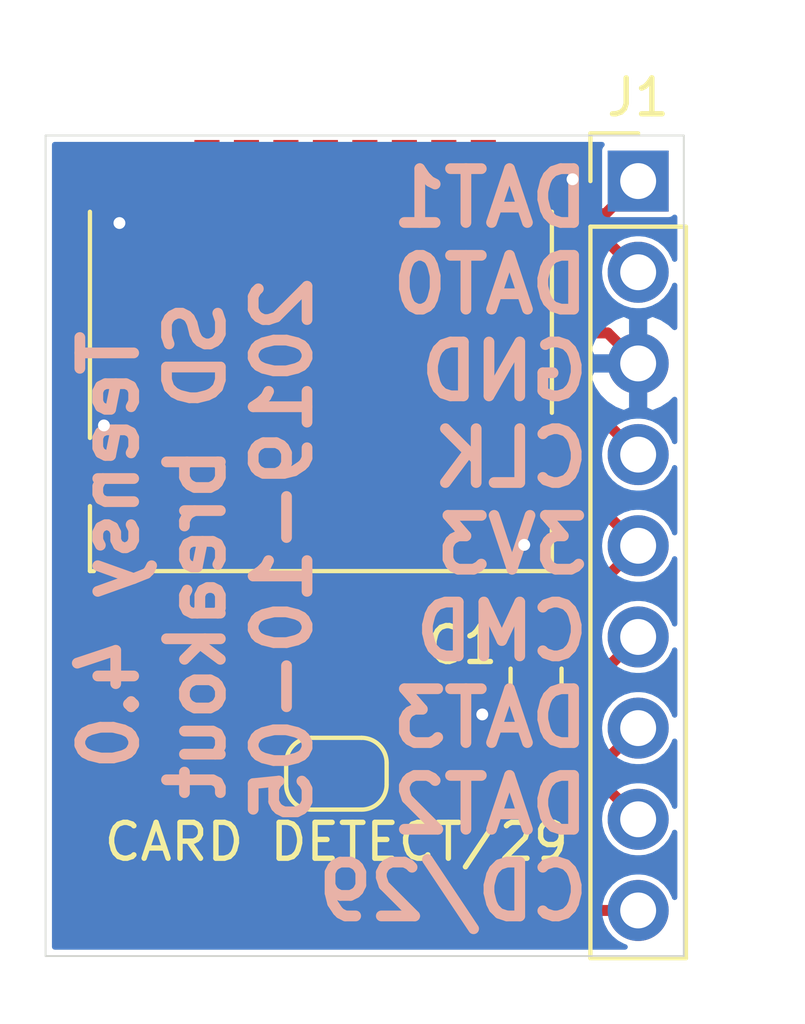
<source format=kicad_pcb>
(kicad_pcb (version 20171130) (host pcbnew "(5.1.4-0-10_14)")

  (general
    (thickness 1.6)
    (drawings 6)
    (tracks 72)
    (zones 0)
    (modules 4)
    (nets 11)
  )

  (page A4)
  (layers
    (0 F.Cu signal)
    (31 B.Cu signal)
    (32 B.Adhes user)
    (33 F.Adhes user)
    (34 B.Paste user)
    (35 F.Paste user)
    (36 B.SilkS user)
    (37 F.SilkS user)
    (38 B.Mask user)
    (39 F.Mask user)
    (40 Dwgs.User user)
    (41 Cmts.User user)
    (42 Eco1.User user)
    (43 Eco2.User user)
    (44 Edge.Cuts user)
    (45 Margin user)
    (46 B.CrtYd user)
    (47 F.CrtYd user)
    (48 B.Fab user)
    (49 F.Fab user)
  )

  (setup
    (last_trace_width 0.1524)
    (user_trace_width 0.1524)
    (user_trace_width 0.3048)
    (user_trace_width 0.4572)
    (trace_clearance 0.1524)
    (zone_clearance 0.1524)
    (zone_45_only no)
    (trace_min 0.1524)
    (via_size 0.6858)
    (via_drill 0.3302)
    (via_min_size 0.6858)
    (via_min_drill 0.3302)
    (uvia_size 0.3)
    (uvia_drill 0.1)
    (uvias_allowed no)
    (uvia_min_size 0.2)
    (uvia_min_drill 0.1)
    (edge_width 0.05)
    (segment_width 0.2)
    (pcb_text_width 0.3)
    (pcb_text_size 1.5 1.5)
    (mod_edge_width 0.12)
    (mod_text_size 1 1)
    (mod_text_width 0.15)
    (pad_size 1.524 1.524)
    (pad_drill 0.762)
    (pad_to_mask_clearance 0.051)
    (solder_mask_min_width 0.25)
    (aux_axis_origin 0 0)
    (visible_elements FFFFFF7F)
    (pcbplotparams
      (layerselection 0x010fc_ffffffff)
      (usegerberextensions false)
      (usegerberattributes false)
      (usegerberadvancedattributes false)
      (creategerberjobfile false)
      (excludeedgelayer true)
      (linewidth 0.100000)
      (plotframeref false)
      (viasonmask false)
      (mode 1)
      (useauxorigin false)
      (hpglpennumber 1)
      (hpglpenspeed 20)
      (hpglpendiameter 15.000000)
      (psnegative false)
      (psa4output false)
      (plotreference true)
      (plotvalue true)
      (plotinvisibletext false)
      (padsonsilk false)
      (subtractmaskfromsilk false)
      (outputformat 1)
      (mirror false)
      (drillshape 1)
      (scaleselection 1)
      (outputdirectory ""))
  )

  (net 0 "")
  (net 1 /DAT1)
  (net 2 /DAT0)
  (net 3 /GND)
  (net 4 /CLK)
  (net 5 /3V3)
  (net 6 /CMD)
  (net 7 /DAT3)
  (net 8 /DAT2)
  (net 9 "Net-(J2-Pad10)")
  (net 10 /29)

  (net_class Default "This is the default net class."
    (clearance 0.1524)
    (trace_width 0.1524)
    (via_dia 0.6858)
    (via_drill 0.3302)
    (uvia_dia 0.3)
    (uvia_drill 0.1)
    (add_net /29)
    (add_net /3V3)
    (add_net /CLK)
    (add_net /CMD)
    (add_net /DAT0)
    (add_net /DAT1)
    (add_net /DAT2)
    (add_net /DAT3)
    (add_net /GND)
    (add_net "Net-(J2-Pad10)")
  )

  (module Capacitor_SMD:C_0805_2012Metric_Pad1.15x1.40mm_HandSolder (layer F.Cu) (tedit 5B36C52B) (tstamp 5D8A3FBF)
    (at 136.8552 95.123 270)
    (descr "Capacitor SMD 0805 (2012 Metric), square (rectangular) end terminal, IPC_7351 nominal with elongated pad for handsoldering. (Body size source: https://docs.google.com/spreadsheets/d/1BsfQQcO9C6DZCsRaXUlFlo91Tg2WpOkGARC1WS5S8t0/edit?usp=sharing), generated with kicad-footprint-generator")
    (tags "capacitor handsolder")
    (path /5D8A3C4C)
    (attr smd)
    (fp_text reference C1 (at -0.9144 2.0574 180) (layer F.SilkS)
      (effects (font (size 1 1) (thickness 0.15)))
    )
    (fp_text value 0.1u (at 0 1.65 90) (layer F.Fab)
      (effects (font (size 1 1) (thickness 0.15)))
    )
    (fp_text user %R (at 0 0 90) (layer F.Fab)
      (effects (font (size 0.5 0.5) (thickness 0.08)))
    )
    (fp_line (start 1.85 0.95) (end -1.85 0.95) (layer F.CrtYd) (width 0.05))
    (fp_line (start 1.85 -0.95) (end 1.85 0.95) (layer F.CrtYd) (width 0.05))
    (fp_line (start -1.85 -0.95) (end 1.85 -0.95) (layer F.CrtYd) (width 0.05))
    (fp_line (start -1.85 0.95) (end -1.85 -0.95) (layer F.CrtYd) (width 0.05))
    (fp_line (start -0.261252 0.71) (end 0.261252 0.71) (layer F.SilkS) (width 0.12))
    (fp_line (start -0.261252 -0.71) (end 0.261252 -0.71) (layer F.SilkS) (width 0.12))
    (fp_line (start 1 0.6) (end -1 0.6) (layer F.Fab) (width 0.1))
    (fp_line (start 1 -0.6) (end 1 0.6) (layer F.Fab) (width 0.1))
    (fp_line (start -1 -0.6) (end 1 -0.6) (layer F.Fab) (width 0.1))
    (fp_line (start -1 0.6) (end -1 -0.6) (layer F.Fab) (width 0.1))
    (pad 2 smd roundrect (at 1.025 0 270) (size 1.15 1.4) (layers F.Cu F.Paste F.Mask) (roundrect_rratio 0.217391)
      (net 3 /GND))
    (pad 1 smd roundrect (at -1.025 0 270) (size 1.15 1.4) (layers F.Cu F.Paste F.Mask) (roundrect_rratio 0.217391)
      (net 5 /3V3))
    (model ${KISYS3DMOD}/Capacitor_SMD.3dshapes/C_0805_2012Metric.wrl
      (at (xyz 0 0 0))
      (scale (xyz 1 1 1))
      (rotate (xyz 0 0 0))
    )
  )

  (module Jumper:SolderJumper-2_P1.3mm_Open_RoundedPad1.0x1.5mm (layer F.Cu) (tedit 5B391E66) (tstamp 5D856652)
    (at 131.2926 97.79)
    (descr "SMD Solder Jumper, 1x1.5mm, rounded Pads, 0.3mm gap, open")
    (tags "solder jumper open")
    (path /5D855F03)
    (attr virtual)
    (fp_text reference JP1 (at 0 -1.8) (layer F.SilkS) hide
      (effects (font (size 1 1) (thickness 0.15)))
    )
    (fp_text value "CARD DETECT/29" (at 0 1.9) (layer F.SilkS)
      (effects (font (size 1 1) (thickness 0.15)))
    )
    (fp_line (start 1.65 1.25) (end -1.65 1.25) (layer F.CrtYd) (width 0.05))
    (fp_line (start 1.65 1.25) (end 1.65 -1.25) (layer F.CrtYd) (width 0.05))
    (fp_line (start -1.65 -1.25) (end -1.65 1.25) (layer F.CrtYd) (width 0.05))
    (fp_line (start -1.65 -1.25) (end 1.65 -1.25) (layer F.CrtYd) (width 0.05))
    (fp_line (start -0.7 -1) (end 0.7 -1) (layer F.SilkS) (width 0.12))
    (fp_line (start 1.4 -0.3) (end 1.4 0.3) (layer F.SilkS) (width 0.12))
    (fp_line (start 0.7 1) (end -0.7 1) (layer F.SilkS) (width 0.12))
    (fp_line (start -1.4 0.3) (end -1.4 -0.3) (layer F.SilkS) (width 0.12))
    (fp_arc (start -0.7 -0.3) (end -0.7 -1) (angle -90) (layer F.SilkS) (width 0.12))
    (fp_arc (start -0.7 0.3) (end -1.4 0.3) (angle -90) (layer F.SilkS) (width 0.12))
    (fp_arc (start 0.7 0.3) (end 0.7 1) (angle -90) (layer F.SilkS) (width 0.12))
    (fp_arc (start 0.7 -0.3) (end 1.4 -0.3) (angle -90) (layer F.SilkS) (width 0.12))
    (pad 2 smd custom (at 0.65 0) (size 1 0.5) (layers F.Cu F.Mask)
      (net 10 /29) (zone_connect 2)
      (options (clearance outline) (anchor rect))
      (primitives
        (gr_circle (center 0 0.25) (end 0.5 0.25) (width 0))
        (gr_circle (center 0 -0.25) (end 0.5 -0.25) (width 0))
        (gr_poly (pts
           (xy 0 -0.75) (xy -0.5 -0.75) (xy -0.5 0.75) (xy 0 0.75)) (width 0))
      ))
    (pad 1 smd custom (at -0.65 0) (size 1 0.5) (layers F.Cu F.Mask)
      (net 9 "Net-(J2-Pad10)") (zone_connect 2)
      (options (clearance outline) (anchor rect))
      (primitives
        (gr_circle (center 0 0.25) (end 0.5 0.25) (width 0))
        (gr_circle (center 0 -0.25) (end 0.5 -0.25) (width 0))
        (gr_poly (pts
           (xy 0 -0.75) (xy 0.5 -0.75) (xy 0.5 0.75) (xy 0 0.75)) (width 0))
      ))
  )

  (module Connector_Card:microSD_HC_Hirose_DM3D-SF (layer F.Cu) (tedit 5B82D16A) (tstamp 5D85678A)
    (at 130.8608 86.36 180)
    (descr "Micro SD, SMD, right-angle, push-pull (https://media.digikey.com/PDF/Data%20Sheets/Hirose%20PDFs/DM3D-SF.pdf)")
    (tags "Micro SD")
    (path /5D85967D)
    (attr smd)
    (fp_text reference J2 (at -0.025 -7.625) (layer F.SilkS) hide
      (effects (font (size 1 1) (thickness 0.15)))
    )
    (fp_text value Micro_SD_Card_Det (at -0.025 6.975) (layer F.Fab)
      (effects (font (size 1 1) (thickness 0.15)))
    )
    (fp_arc (start 5.475 5.475) (end 5.475 5.725) (angle 90) (layer F.Fab) (width 0.1))
    (fp_arc (start 4.725 4.425) (end 4.725 3.925) (angle 90) (layer F.Fab) (width 0.1))
    (fp_arc (start -5.525 5.475) (end -5.275 5.475) (angle 90) (layer F.Fab) (width 0.1))
    (fp_arc (start -4.775 4.425) (end -5.275 4.425) (angle 90) (layer F.Fab) (width 0.1))
    (fp_arc (start -5.025 9.575) (end -5.025 10.075) (angle 90) (layer F.Fab) (width 0.1))
    (fp_arc (start 4.975 9.575) (end 5.475 9.575) (angle 90) (layer F.Fab) (width 0.1))
    (fp_line (start 6.325 -5.785) (end 6.435 -5.785) (layer F.SilkS) (width 0.12))
    (fp_line (start 0.525 -5.725) (end -1.975 -5.725) (layer Dwgs.User) (width 0.1))
    (fp_line (start 6.375 5.725) (end 6.375 -5.725) (layer F.Fab) (width 0.1))
    (fp_line (start 3.575 0.475) (end 3.575 -1.525) (layer Dwgs.User) (width 0.1))
    (fp_line (start 3.075 0.475) (end 3.575 -0.975) (layer Dwgs.User) (width 0.1))
    (fp_line (start 2.575 0.475) (end 3.275 -1.525) (layer Dwgs.User) (width 0.1))
    (fp_line (start 2.075 0.475) (end 2.775 -1.525) (layer Dwgs.User) (width 0.1))
    (fp_line (start 1.575 0.475) (end 2.275 -1.525) (layer Dwgs.User) (width 0.1))
    (fp_line (start 1.075 0.475) (end 1.775 -1.525) (layer Dwgs.User) (width 0.1))
    (fp_line (start 0.575 0.475) (end 1.275 -1.525) (layer Dwgs.User) (width 0.1))
    (fp_line (start 0.075 0.475) (end 0.775 -1.525) (layer Dwgs.User) (width 0.1))
    (fp_line (start -0.425 0.475) (end 0.275 -1.525) (layer Dwgs.User) (width 0.1))
    (fp_line (start -0.925 0.475) (end -0.225 -1.525) (layer Dwgs.User) (width 0.1))
    (fp_line (start -1.425 0.475) (end -0.725 -1.525) (layer Dwgs.User) (width 0.1))
    (fp_line (start -1.925 0.475) (end -1.225 -1.525) (layer Dwgs.User) (width 0.1))
    (fp_line (start -2.425 0.475) (end -1.725 -1.525) (layer Dwgs.User) (width 0.1))
    (fp_line (start -2.925 0.475) (end -2.225 -1.525) (layer Dwgs.User) (width 0.1))
    (fp_line (start -3.425 0.475) (end -2.725 -1.525) (layer Dwgs.User) (width 0.1))
    (fp_line (start -4.425 0.475) (end -3.725 -1.525) (layer Dwgs.User) (width 0.1))
    (fp_line (start -6.375 5.725) (end -6.375 -5.725) (layer F.Fab) (width 0.1))
    (fp_line (start -4.925 0.475) (end 3.575 0.475) (layer Dwgs.User) (width 0.1))
    (fp_line (start 0.525 -3.875) (end -1.975 -3.875) (layer Dwgs.User) (width 0.1))
    (fp_line (start -4.925 -1.525) (end 3.575 -1.525) (layer Dwgs.User) (width 0.1))
    (fp_line (start -6.92 -6.72) (end 6.88 -6.72) (layer F.CrtYd) (width 0.05))
    (fp_line (start 6.88 -6.72) (end 6.88 6.28) (layer F.CrtYd) (width 0.05))
    (fp_line (start 6.88 6.28) (end -6.92 6.28) (layer F.CrtYd) (width 0.05))
    (fp_line (start -6.92 6.28) (end -6.92 -6.72) (layer F.CrtYd) (width 0.05))
    (fp_line (start -4.925 -1.525) (end -4.925 0.475) (layer Dwgs.User) (width 0.1))
    (fp_line (start -4.925 0.475) (end -4.225 -1.525) (layer Dwgs.User) (width 0.1))
    (fp_line (start -4.225 -1.525) (end -3.725 -1.525) (layer Dwgs.User) (width 0.1))
    (fp_line (start -3.925 0.475) (end -3.225 -1.525) (layer Dwgs.User) (width 0.1))
    (fp_line (start -3.225 -1.525) (end -2.725 -1.525) (layer Dwgs.User) (width 0.1))
    (fp_line (start -6.375 -5.725) (end 6.375 -5.725) (layer F.Fab) (width 0.1))
    (fp_line (start -1.975 -5.725) (end -1.975 -3.875) (layer Dwgs.User) (width 0.1))
    (fp_line (start 0.525 -3.875) (end 0.525 -5.725) (layer Dwgs.User) (width 0.1))
    (fp_line (start -1.925 -3.875) (end -1.525 -5.725) (layer Dwgs.User) (width 0.1))
    (fp_line (start -1.025 -5.725) (end -1.525 -3.875) (layer Dwgs.User) (width 0.1))
    (fp_line (start -1.025 -3.875) (end -0.525 -5.725) (layer Dwgs.User) (width 0.1))
    (fp_line (start -0.025 -5.725) (end -0.525 -3.875) (layer Dwgs.User) (width 0.1))
    (fp_line (start -0.025 -3.875) (end 0.475 -5.725) (layer Dwgs.User) (width 0.1))
    (fp_line (start -5.525 -6.975) (end 4.175 -6.975) (layer F.Fab) (width 0.1))
    (fp_line (start 4.175 -5.725) (end 4.175 -6.975) (layer F.Fab) (width 0.1))
    (fp_line (start -5.525 -5.725) (end -5.525 -6.975) (layer F.Fab) (width 0.1))
    (fp_line (start -4.775 3.925) (end 4.725 3.925) (layer F.Fab) (width 0.1))
    (fp_line (start -6.375 5.725) (end -5.525 5.725) (layer F.Fab) (width 0.1))
    (fp_line (start -5.275 5.475) (end -5.275 4.425) (layer F.Fab) (width 0.1))
    (fp_line (start 5.225 5.475) (end 5.225 4.425) (layer F.Fab) (width 0.1))
    (fp_line (start 5.475 5.725) (end 6.375 5.725) (layer F.Fab) (width 0.1))
    (fp_line (start -5.525 5.725) (end -5.525 9.575) (layer F.Fab) (width 0.1))
    (fp_line (start -5.025 10.075) (end 4.975 10.075) (layer F.Fab) (width 0.1))
    (fp_line (start 5.475 9.575) (end 5.475 5.725) (layer F.Fab) (width 0.1))
    (fp_line (start -6.435 -4.625) (end -6.435 -5.785) (layer F.SilkS) (width 0.12))
    (fp_line (start -6.435 -5.785) (end 4.825 -5.785) (layer F.SilkS) (width 0.12))
    (fp_line (start 6.435 -5.785) (end 6.435 -3.975) (layer F.SilkS) (width 0.12))
    (fp_line (start -6.435 -1.375) (end -6.435 4.225) (layer F.SilkS) (width 0.12))
    (fp_line (start 6.435 -2.075) (end 6.435 4.225) (layer F.SilkS) (width 0.12))
    (fp_text user KEEPOUT (at -0.725 -4.8) (layer Cmts.User)
      (effects (font (size 0.4 0.4) (thickness 0.06)))
    )
    (fp_text user %R (at -0.025 1.475) (layer F.Fab)
      (effects (font (size 1 1) (thickness 0.1)))
    )
    (fp_text user KEEPOUT (at -0.275 -0.525) (layer Cmts.User)
      (effects (font (size 1 1) (thickness 0.1)))
    )
    (pad 10 smd rect (at 5.575 -5.45 180) (size 1 1.55) (layers F.Cu F.Paste F.Mask)
      (net 9 "Net-(J2-Pad10)"))
    (pad 11 smd rect (at 5.625 5.225 180) (size 1.5 1.5) (layers F.Cu F.Paste F.Mask)
      (net 3 /GND))
    (pad 1 smd rect (at 3.175 5.35 180) (size 0.7 1.75) (layers F.Cu F.Paste F.Mask)
      (net 8 /DAT2))
    (pad 2 smd rect (at 2.075 5.35 180) (size 0.7 1.75) (layers F.Cu F.Paste F.Mask)
      (net 7 /DAT3))
    (pad 3 smd rect (at 0.975 5.35 180) (size 0.7 1.75) (layers F.Cu F.Paste F.Mask)
      (net 6 /CMD))
    (pad 4 smd rect (at -0.125 5.35 180) (size 0.7 1.75) (layers F.Cu F.Paste F.Mask)
      (net 5 /3V3))
    (pad 5 smd rect (at -1.225 5.35 180) (size 0.7 1.75) (layers F.Cu F.Paste F.Mask)
      (net 4 /CLK))
    (pad 6 smd rect (at -2.325 5.35 180) (size 0.7 1.75) (layers F.Cu F.Paste F.Mask)
      (net 3 /GND))
    (pad 7 smd rect (at -3.425 5.35 180) (size 0.7 1.75) (layers F.Cu F.Paste F.Mask)
      (net 2 /DAT0))
    (pad 11 smd rect (at 5.975 -3.025 180) (size 0.8 1.4) (layers F.Cu F.Paste F.Mask)
      (net 3 /GND))
    (pad 9 smd rect (at -5.65 -3.875 180) (size 1.45 1) (layers F.Cu F.Paste F.Mask)
      (net 3 /GND))
    (pad 11 smd rect (at -5.975 -2.375 180) (size 0.8 1.5) (layers F.Cu F.Paste F.Mask)
      (net 3 /GND))
    (pad 11 smd rect (at -5.725 5.225 180) (size 1.3 1.5) (layers F.Cu F.Paste F.Mask)
      (net 3 /GND))
    (pad 8 smd rect (at -4.525 5.35 180) (size 0.7 1.75) (layers F.Cu F.Paste F.Mask)
      (net 1 /DAT1))
    (model ${KISYS3DMOD}/Connector_Card.3dshapes/microSD_HC_Hirose_DM3D-SF.wrl
      (at (xyz 0 0 0))
      (scale (xyz 1 1 1))
      (rotate (xyz 0 0 0))
    )
  )

  (module Connector_PinHeader_2.54mm:PinHeader_1x09_P2.54mm_Vertical (layer F.Cu) (tedit 59FED5CC) (tstamp 5D855230)
    (at 139.7 81.28)
    (descr "Through hole straight pin header, 1x09, 2.54mm pitch, single row")
    (tags "Through hole pin header THT 1x09 2.54mm single row")
    (path /5D8549FA)
    (fp_text reference J1 (at 0 -2.33) (layer F.SilkS)
      (effects (font (size 1 1) (thickness 0.15)))
    )
    (fp_text value Conn_01x09 (at 0 22.65) (layer F.Fab)
      (effects (font (size 1 1) (thickness 0.15)))
    )
    (fp_text user %R (at 0 10.16 90) (layer F.Fab)
      (effects (font (size 1 1) (thickness 0.15)))
    )
    (fp_line (start 1.8 -1.8) (end -1.8 -1.8) (layer F.CrtYd) (width 0.05))
    (fp_line (start 1.8 22.1) (end 1.8 -1.8) (layer F.CrtYd) (width 0.05))
    (fp_line (start -1.8 22.1) (end 1.8 22.1) (layer F.CrtYd) (width 0.05))
    (fp_line (start -1.8 -1.8) (end -1.8 22.1) (layer F.CrtYd) (width 0.05))
    (fp_line (start -1.33 -1.33) (end 0 -1.33) (layer F.SilkS) (width 0.12))
    (fp_line (start -1.33 0) (end -1.33 -1.33) (layer F.SilkS) (width 0.12))
    (fp_line (start -1.33 1.27) (end 1.33 1.27) (layer F.SilkS) (width 0.12))
    (fp_line (start 1.33 1.27) (end 1.33 21.65) (layer F.SilkS) (width 0.12))
    (fp_line (start -1.33 1.27) (end -1.33 21.65) (layer F.SilkS) (width 0.12))
    (fp_line (start -1.33 21.65) (end 1.33 21.65) (layer F.SilkS) (width 0.12))
    (fp_line (start -1.27 -0.635) (end -0.635 -1.27) (layer F.Fab) (width 0.1))
    (fp_line (start -1.27 21.59) (end -1.27 -0.635) (layer F.Fab) (width 0.1))
    (fp_line (start 1.27 21.59) (end -1.27 21.59) (layer F.Fab) (width 0.1))
    (fp_line (start 1.27 -1.27) (end 1.27 21.59) (layer F.Fab) (width 0.1))
    (fp_line (start -0.635 -1.27) (end 1.27 -1.27) (layer F.Fab) (width 0.1))
    (pad 9 thru_hole oval (at 0 20.32) (size 1.7 1.7) (drill 1) (layers *.Cu *.Mask)
      (net 10 /29))
    (pad 8 thru_hole oval (at 0 17.78) (size 1.7 1.7) (drill 1) (layers *.Cu *.Mask)
      (net 8 /DAT2))
    (pad 7 thru_hole oval (at 0 15.24) (size 1.7 1.7) (drill 1) (layers *.Cu *.Mask)
      (net 7 /DAT3))
    (pad 6 thru_hole oval (at 0 12.7) (size 1.7 1.7) (drill 1) (layers *.Cu *.Mask)
      (net 6 /CMD))
    (pad 5 thru_hole oval (at 0 10.16) (size 1.7 1.7) (drill 1) (layers *.Cu *.Mask)
      (net 5 /3V3))
    (pad 4 thru_hole oval (at 0 7.62) (size 1.7 1.7) (drill 1) (layers *.Cu *.Mask)
      (net 4 /CLK))
    (pad 3 thru_hole oval (at 0 5.08) (size 1.7 1.7) (drill 1) (layers *.Cu *.Mask)
      (net 3 /GND))
    (pad 2 thru_hole oval (at 0 2.54) (size 1.7 1.7) (drill 1) (layers *.Cu *.Mask)
      (net 2 /DAT0))
    (pad 1 thru_hole rect (at 0 0) (size 1.7 1.7) (drill 1) (layers *.Cu *.Mask)
      (net 1 /DAT1))
    (model ${KISYS3DMOD}/Connector_PinHeader_2.54mm.3dshapes/PinHeader_1x09_P2.54mm_Vertical.wrl
      (at (xyz 0 0 0))
      (scale (xyz 1 1 1))
      (rotate (xyz 0 0 0))
    )
  )

  (gr_text "DAT1\nDAT0\nGND\nCLK\n3V3\nCMD\nDAT3\nDAT2\nCD/29" (at 138.4554 91.4146) (layer B.SilkS)
    (effects (font (size 1.5 1.5) (thickness 0.3)) (justify left mirror))
  )
  (gr_text "Teensy 4.0\nSD breakout\n2019-10-05" (at 127.381 91.567 90) (layer B.SilkS)
    (effects (font (size 1.5 1.5) (thickness 0.3)) (justify mirror))
  )
  (gr_line (start 140.97 80.01) (end 140.97 102.87) (layer Edge.Cuts) (width 0.05) (tstamp 5D8565C4))
  (gr_line (start 123.19 80.01) (end 140.97 80.01) (layer Edge.Cuts) (width 0.05))
  (gr_line (start 123.19 102.87) (end 123.19 80.01) (layer Edge.Cuts) (width 0.05))
  (gr_line (start 140.97 102.87) (end 123.19 102.87) (layer Edge.Cuts) (width 0.05))

  (segment (start 138.790199 82.189801) (end 139.7 81.28) (width 0.3048) (layer F.Cu) (net 1))
  (segment (start 135.385801 82.189801) (end 138.790199 82.189801) (width 0.3048) (layer F.Cu) (net 1))
  (segment (start 135.3858 81.01) (end 135.385801 82.189801) (width 0.3048) (layer F.Cu) (net 1))
  (segment (start 138.850001 82.970001) (end 139.7 83.82) (width 0.3048) (layer F.Cu) (net 2))
  (segment (start 138.531556 82.651556) (end 138.850001 82.970001) (width 0.3048) (layer F.Cu) (net 2))
  (segment (start 134.2858 82.1898) (end 134.747556 82.651556) (width 0.3048) (layer F.Cu) (net 2))
  (segment (start 134.747556 82.651556) (end 138.531556 82.651556) (width 0.3048) (layer F.Cu) (net 2))
  (segment (start 134.2858 81.01) (end 134.2858 82.1898) (width 0.3048) (layer F.Cu) (net 2))
  (segment (start 136.5108 89.06) (end 136.8358 88.735) (width 0.3048) (layer F.Cu) (net 3))
  (segment (start 136.5108 90.235) (end 136.5108 89.06) (width 0.3048) (layer F.Cu) (net 3))
  (segment (start 125.2358 82.4368) (end 125.2474 82.4484) (width 0.3048) (layer F.Cu) (net 3))
  (via (at 125.2474 82.4484) (size 0.6858) (drill 0.3302) (layers F.Cu B.Cu) (net 3))
  (segment (start 125.2358 81.135) (end 125.2358 82.4368) (width 0.3048) (layer F.Cu) (net 3))
  (via (at 136.525 91.4146) (size 0.6858) (drill 0.3302) (layers F.Cu B.Cu) (net 3))
  (segment (start 136.5108 91.4004) (end 136.525 91.4146) (width 0.3048) (layer F.Cu) (net 3))
  (segment (start 136.5108 90.235) (end 136.5108 91.4004) (width 0.3048) (layer F.Cu) (net 3))
  (via (at 137.8712 81.2292) (size 0.6858) (drill 0.3302) (layers F.Cu B.Cu) (net 3))
  (segment (start 137.777 81.135) (end 137.8712 81.2292) (width 0.3048) (layer F.Cu) (net 3))
  (segment (start 136.5858 81.135) (end 137.777 81.135) (width 0.3048) (layer F.Cu) (net 3))
  (via (at 124.8156 88.0872) (size 0.6858) (drill 0.3302) (layers F.Cu B.Cu) (net 3))
  (segment (start 124.8858 89.385) (end 124.8858 88.1574) (width 0.3048) (layer F.Cu) (net 3))
  (segment (start 124.8858 88.1574) (end 124.8156 88.0872) (width 0.3048) (layer F.Cu) (net 3))
  (via (at 135.3566 96.139) (size 0.6858) (drill 0.3302) (layers F.Cu B.Cu) (net 3))
  (segment (start 136.8552 96.148) (end 135.3656 96.148) (width 0.3048) (layer F.Cu) (net 3))
  (segment (start 135.3656 96.148) (end 135.3566 96.139) (width 0.3048) (layer F.Cu) (net 3))
  (segment (start 138.850001 85.510001) (end 139.7 86.36) (width 0.3048) (layer F.Cu) (net 3))
  (segment (start 138.037267 85.510001) (end 138.850001 85.510001) (width 0.3048) (layer F.Cu) (net 3))
  (segment (start 134.104767 83.108767) (end 135.636033 83.108767) (width 0.3048) (layer F.Cu) (net 3))
  (segment (start 135.636033 83.108767) (end 138.037267 85.510001) (width 0.3048) (layer F.Cu) (net 3))
  (segment (start 133.1858 82.1898) (end 134.104767 83.108767) (width 0.3048) (layer F.Cu) (net 3))
  (segment (start 133.1858 81.01) (end 133.1858 82.1898) (width 0.3048) (layer F.Cu) (net 3))
  (segment (start 138.850001 88.050001) (end 139.7 88.9) (width 0.3048) (layer F.Cu) (net 4))
  (segment (start 137.086045 85.727245) (end 137.086045 86.286045) (width 0.3048) (layer F.Cu) (net 4))
  (segment (start 133.461976 83.565976) (end 134.924776 83.565976) (width 0.3048) (layer F.Cu) (net 4))
  (segment (start 137.086045 86.286045) (end 138.850001 88.050001) (width 0.3048) (layer F.Cu) (net 4))
  (segment (start 132.0858 81.01) (end 132.0858 82.1898) (width 0.3048) (layer F.Cu) (net 4))
  (segment (start 134.924776 83.565976) (end 137.086045 85.727245) (width 0.3048) (layer F.Cu) (net 4))
  (segment (start 132.0858 82.1898) (end 133.461976 83.565976) (width 0.3048) (layer F.Cu) (net 4))
  (segment (start 137.042 94.098) (end 136.8552 94.098) (width 0.3048) (layer F.Cu) (net 5))
  (segment (start 139.7 91.44) (end 137.042 94.098) (width 0.3048) (layer F.Cu) (net 5))
  (segment (start 138.850001 90.590001) (end 139.7 91.44) (width 0.3048) (layer F.Cu) (net 5))
  (segment (start 138.176011 89.916011) (end 138.850001 90.590001) (width 0.3048) (layer F.Cu) (net 5))
  (segment (start 138.176011 88.163411) (end 138.176011 89.916011) (width 0.3048) (layer F.Cu) (net 5))
  (segment (start 136.488027 86.475427) (end 138.176011 88.163411) (width 0.3048) (layer F.Cu) (net 5))
  (segment (start 136.0424 85.471) (end 136.488027 85.916627) (width 0.3048) (layer F.Cu) (net 5))
  (segment (start 134.267 85.471) (end 136.0424 85.471) (width 0.3048) (layer F.Cu) (net 5))
  (segment (start 136.488027 85.916627) (end 136.488027 86.475427) (width 0.3048) (layer F.Cu) (net 5))
  (segment (start 130.985801 82.189801) (end 134.267 85.471) (width 0.3048) (layer F.Cu) (net 5))
  (segment (start 130.9858 81.01) (end 130.985801 82.189801) (width 0.3048) (layer F.Cu) (net 5))
  (segment (start 129.8858 82.1898) (end 129.8858 81.01) (width 0.3048) (layer F.Cu) (net 6))
  (segment (start 126.903192 89.971592) (end 126.903192 85.172408) (width 0.3048) (layer F.Cu) (net 6))
  (segment (start 132.08 95.1484) (end 126.903192 89.971592) (width 0.3048) (layer F.Cu) (net 6))
  (segment (start 138.5316 95.1484) (end 132.08 95.1484) (width 0.3048) (layer F.Cu) (net 6))
  (segment (start 126.903192 85.172408) (end 129.8858 82.1898) (width 0.3048) (layer F.Cu) (net 6))
  (segment (start 139.7 93.98) (end 138.5316 95.1484) (width 0.3048) (layer F.Cu) (net 6))
  (segment (start 128.7858 82.1898) (end 128.7858 81.01) (width 0.3048) (layer F.Cu) (net 7))
  (segment (start 139.7 96.52) (end 138.850001 97.369999) (width 0.3048) (layer F.Cu) (net 7))
  (segment (start 126.445981 90.160974) (end 126.445981 84.529619) (width 0.3048) (layer F.Cu) (net 7))
  (segment (start 133.655006 97.369999) (end 126.445981 90.160974) (width 0.3048) (layer F.Cu) (net 7))
  (segment (start 138.850001 97.369999) (end 133.655006 97.369999) (width 0.3048) (layer F.Cu) (net 7))
  (segment (start 126.445981 84.529619) (end 128.7858 82.1898) (width 0.3048) (layer F.Cu) (net 7))
  (segment (start 127.6858 82.1898) (end 127.6858 81.01) (width 0.3048) (layer F.Cu) (net 8))
  (segment (start 125.98877 90.350356) (end 125.98877 83.88683) (width 0.3048) (layer F.Cu) (net 8))
  (segment (start 133.479214 97.8408) (end 125.98877 90.350356) (width 0.3048) (layer F.Cu) (net 8))
  (segment (start 138.4808 97.8408) (end 133.479214 97.8408) (width 0.3048) (layer F.Cu) (net 8))
  (segment (start 125.98877 83.88683) (end 127.6858 82.1898) (width 0.3048) (layer F.Cu) (net 8))
  (segment (start 139.7 99.06) (end 138.4808 97.8408) (width 0.3048) (layer F.Cu) (net 8))
  (segment (start 125.2858 91.2258) (end 125.2858 91.6458) (width 0.1524) (layer F.Cu) (net 9))
  (segment (start 125.2858 92.4332) (end 125.2858 91.81) (width 0.3048) (layer F.Cu) (net 9))
  (segment (start 130.6426 97.79) (end 125.2858 92.4332) (width 0.3048) (layer F.Cu) (net 9))
  (segment (start 135.7526 101.6) (end 131.9426 97.79) (width 0.3048) (layer F.Cu) (net 10))
  (segment (start 139.7 101.6) (end 135.7526 101.6) (width 0.3048) (layer F.Cu) (net 10))

  (zone (net 0) (net_name "") (layer F.Cu) (tstamp 0) (hatch edge 0.508)
    (connect_pads (clearance 0.508))
    (min_thickness 0.254)
    (keepout (tracks not_allowed) (vias not_allowed) (copperpour not_allowed))
    (fill (arc_segments 32) (thermal_gap 0.508) (thermal_bridge_width 0.508))
    (polygon
      (pts
        (xy 135.818602 87.9602) (xy 135.818602 85.852) (xy 127.208002 85.852) (xy 127.208002 87.9602)
      )
    )
  )
  (zone (net 0) (net_name "") (layer F.Cu) (tstamp 0) (hatch edge 0.508)
    (connect_pads (clearance 0.508))
    (min_thickness 0.254)
    (keepout (tracks not_allowed) (vias not_allowed) (copperpour not_allowed))
    (fill (arc_segments 32) (thermal_gap 0.508) (thermal_bridge_width 0.508))
    (polygon
      (pts
        (xy 130.2766 92.0242) (xy 130.2766 90.17) (xy 132.8674 90.1446) (xy 132.8928 92.202) (xy 130.2766 92.1766)
        (xy 130.2766 92.1258)
      )
    )
  )
  (zone (net 3) (net_name /GND) (layer B.Cu) (tstamp 0) (hatch edge 0.508)
    (connect_pads (clearance 0.1524))
    (min_thickness 0.1524)
    (fill yes (arc_segments 32) (thermal_gap 0.508) (thermal_bridge_width 0.508))
    (polygon
      (pts
        (xy 142.24 78.74) (xy 121.92 78.74) (xy 121.92 104.14) (xy 142.24 104.14)
      )
    )
    (filled_polygon
      (pts
        (xy 138.687573 80.267573) (xy 138.659006 80.302382) (xy 138.637779 80.342095) (xy 138.624708 80.385187) (xy 138.620294 80.43)
        (xy 138.620294 82.13) (xy 138.624708 82.174813) (xy 138.637779 82.217905) (xy 138.659006 82.257618) (xy 138.687573 82.292427)
        (xy 138.722382 82.320994) (xy 138.762095 82.342221) (xy 138.805187 82.355292) (xy 138.85 82.359706) (xy 140.55 82.359706)
        (xy 140.594813 82.355292) (xy 140.637905 82.342221) (xy 140.677618 82.320994) (xy 140.712427 82.292427) (xy 140.7164 82.287586)
        (xy 140.7164 83.454963) (xy 140.701317 83.405241) (xy 140.601162 83.217863) (xy 140.466375 83.053625) (xy 140.302137 82.918838)
        (xy 140.114759 82.818683) (xy 139.911442 82.757007) (xy 139.75298 82.7414) (xy 139.64702 82.7414) (xy 139.488558 82.757007)
        (xy 139.285241 82.818683) (xy 139.097863 82.918838) (xy 138.933625 83.053625) (xy 138.798838 83.217863) (xy 138.698683 83.405241)
        (xy 138.637007 83.608558) (xy 138.616182 83.82) (xy 138.637007 84.031442) (xy 138.698683 84.234759) (xy 138.798838 84.422137)
        (xy 138.933625 84.586375) (xy 139.097863 84.721162) (xy 139.285241 84.821317) (xy 139.488558 84.882993) (xy 139.64702 84.8986)
        (xy 139.75298 84.8986) (xy 139.911442 84.882993) (xy 140.114759 84.821317) (xy 140.302137 84.721162) (xy 140.466375 84.586375)
        (xy 140.601162 84.422137) (xy 140.701317 84.234759) (xy 140.7164 84.185037) (xy 140.7164 85.357534) (xy 140.59519 85.239471)
        (xy 140.359385 85.086359) (xy 140.09824 84.982192) (xy 139.8778 85.082907) (xy 139.8778 86.1822) (xy 139.8978 86.1822)
        (xy 139.8978 86.5378) (xy 139.8778 86.5378) (xy 139.8778 87.637093) (xy 140.09824 87.737808) (xy 140.359385 87.633641)
        (xy 140.59519 87.480529) (xy 140.7164 87.362466) (xy 140.7164 88.534964) (xy 140.701317 88.485241) (xy 140.601162 88.297863)
        (xy 140.466375 88.133625) (xy 140.302137 87.998838) (xy 140.114759 87.898683) (xy 139.911442 87.837007) (xy 139.75298 87.8214)
        (xy 139.64702 87.8214) (xy 139.488558 87.837007) (xy 139.285241 87.898683) (xy 139.097863 87.998838) (xy 138.933625 88.133625)
        (xy 138.798838 88.297863) (xy 138.698683 88.485241) (xy 138.637007 88.688558) (xy 138.616182 88.9) (xy 138.637007 89.111442)
        (xy 138.698683 89.314759) (xy 138.798838 89.502137) (xy 138.933625 89.666375) (xy 139.097863 89.801162) (xy 139.285241 89.901317)
        (xy 139.488558 89.962993) (xy 139.64702 89.9786) (xy 139.75298 89.9786) (xy 139.911442 89.962993) (xy 140.114759 89.901317)
        (xy 140.302137 89.801162) (xy 140.466375 89.666375) (xy 140.601162 89.502137) (xy 140.701317 89.314759) (xy 140.7164 89.265036)
        (xy 140.7164 91.074964) (xy 140.701317 91.025241) (xy 140.601162 90.837863) (xy 140.466375 90.673625) (xy 140.302137 90.538838)
        (xy 140.114759 90.438683) (xy 139.911442 90.377007) (xy 139.75298 90.3614) (xy 139.64702 90.3614) (xy 139.488558 90.377007)
        (xy 139.285241 90.438683) (xy 139.097863 90.538838) (xy 138.933625 90.673625) (xy 138.798838 90.837863) (xy 138.698683 91.025241)
        (xy 138.637007 91.228558) (xy 138.616182 91.44) (xy 138.637007 91.651442) (xy 138.698683 91.854759) (xy 138.798838 92.042137)
        (xy 138.933625 92.206375) (xy 139.097863 92.341162) (xy 139.285241 92.441317) (xy 139.488558 92.502993) (xy 139.64702 92.5186)
        (xy 139.75298 92.5186) (xy 139.911442 92.502993) (xy 140.114759 92.441317) (xy 140.302137 92.341162) (xy 140.466375 92.206375)
        (xy 140.601162 92.042137) (xy 140.701317 91.854759) (xy 140.716401 91.805036) (xy 140.716401 93.614965) (xy 140.701317 93.565241)
        (xy 140.601162 93.377863) (xy 140.466375 93.213625) (xy 140.302137 93.078838) (xy 140.114759 92.978683) (xy 139.911442 92.917007)
        (xy 139.75298 92.9014) (xy 139.64702 92.9014) (xy 139.488558 92.917007) (xy 139.285241 92.978683) (xy 139.097863 93.078838)
        (xy 138.933625 93.213625) (xy 138.798838 93.377863) (xy 138.698683 93.565241) (xy 138.637007 93.768558) (xy 138.616182 93.98)
        (xy 138.637007 94.191442) (xy 138.698683 94.394759) (xy 138.798838 94.582137) (xy 138.933625 94.746375) (xy 139.097863 94.881162)
        (xy 139.285241 94.981317) (xy 139.488558 95.042993) (xy 139.64702 95.0586) (xy 139.75298 95.0586) (xy 139.911442 95.042993)
        (xy 140.114759 94.981317) (xy 140.302137 94.881162) (xy 140.466375 94.746375) (xy 140.601162 94.582137) (xy 140.701317 94.394759)
        (xy 140.716401 94.345035) (xy 140.716401 96.154965) (xy 140.701317 96.105241) (xy 140.601162 95.917863) (xy 140.466375 95.753625)
        (xy 140.302137 95.618838) (xy 140.114759 95.518683) (xy 139.911442 95.457007) (xy 139.75298 95.4414) (xy 139.64702 95.4414)
        (xy 139.488558 95.457007) (xy 139.285241 95.518683) (xy 139.097863 95.618838) (xy 138.933625 95.753625) (xy 138.798838 95.917863)
        (xy 138.698683 96.105241) (xy 138.637007 96.308558) (xy 138.616182 96.52) (xy 138.637007 96.731442) (xy 138.698683 96.934759)
        (xy 138.798838 97.122137) (xy 138.933625 97.286375) (xy 139.097863 97.421162) (xy 139.285241 97.521317) (xy 139.488558 97.582993)
        (xy 139.64702 97.5986) (xy 139.75298 97.5986) (xy 139.911442 97.582993) (xy 140.114759 97.521317) (xy 140.302137 97.421162)
        (xy 140.466375 97.286375) (xy 140.601162 97.122137) (xy 140.701317 96.934759) (xy 140.716401 96.885035) (xy 140.716401 98.694965)
        (xy 140.701317 98.645241) (xy 140.601162 98.457863) (xy 140.466375 98.293625) (xy 140.302137 98.158838) (xy 140.114759 98.058683)
        (xy 139.911442 97.997007) (xy 139.75298 97.9814) (xy 139.64702 97.9814) (xy 139.488558 97.997007) (xy 139.285241 98.058683)
        (xy 139.097863 98.158838) (xy 138.933625 98.293625) (xy 138.798838 98.457863) (xy 138.698683 98.645241) (xy 138.637007 98.848558)
        (xy 138.616182 99.06) (xy 138.637007 99.271442) (xy 138.698683 99.474759) (xy 138.798838 99.662137) (xy 138.933625 99.826375)
        (xy 139.097863 99.961162) (xy 139.285241 100.061317) (xy 139.488558 100.122993) (xy 139.64702 100.1386) (xy 139.75298 100.1386)
        (xy 139.911442 100.122993) (xy 140.114759 100.061317) (xy 140.302137 99.961162) (xy 140.466375 99.826375) (xy 140.601162 99.662137)
        (xy 140.701317 99.474759) (xy 140.716401 99.425035) (xy 140.716401 101.234966) (xy 140.701317 101.185241) (xy 140.601162 100.997863)
        (xy 140.466375 100.833625) (xy 140.302137 100.698838) (xy 140.114759 100.598683) (xy 139.911442 100.537007) (xy 139.75298 100.5214)
        (xy 139.64702 100.5214) (xy 139.488558 100.537007) (xy 139.285241 100.598683) (xy 139.097863 100.698838) (xy 138.933625 100.833625)
        (xy 138.798838 100.997863) (xy 138.698683 101.185241) (xy 138.637007 101.388558) (xy 138.616182 101.6) (xy 138.637007 101.811442)
        (xy 138.698683 102.014759) (xy 138.798838 102.202137) (xy 138.933625 102.366375) (xy 139.097863 102.501162) (xy 139.285241 102.601317)
        (xy 139.334963 102.6164) (xy 123.4436 102.6164) (xy 123.4436 86.758239) (xy 138.322199 86.758239) (xy 138.333144 86.794344)
        (xy 138.444144 87.052659) (xy 138.603406 87.284355) (xy 138.80481 87.480529) (xy 139.040615 87.633641) (xy 139.30176 87.737808)
        (xy 139.5222 87.637093) (xy 139.5222 86.5378) (xy 138.42418 86.5378) (xy 138.322199 86.758239) (xy 123.4436 86.758239)
        (xy 123.4436 85.961761) (xy 138.322199 85.961761) (xy 138.42418 86.1822) (xy 139.5222 86.1822) (xy 139.5222 85.082907)
        (xy 139.30176 84.982192) (xy 139.040615 85.086359) (xy 138.80481 85.239471) (xy 138.603406 85.435645) (xy 138.444144 85.667341)
        (xy 138.333144 85.925656) (xy 138.322199 85.961761) (xy 123.4436 85.961761) (xy 123.4436 80.2636) (xy 138.692414 80.2636)
      )
    )
  )
)

</source>
